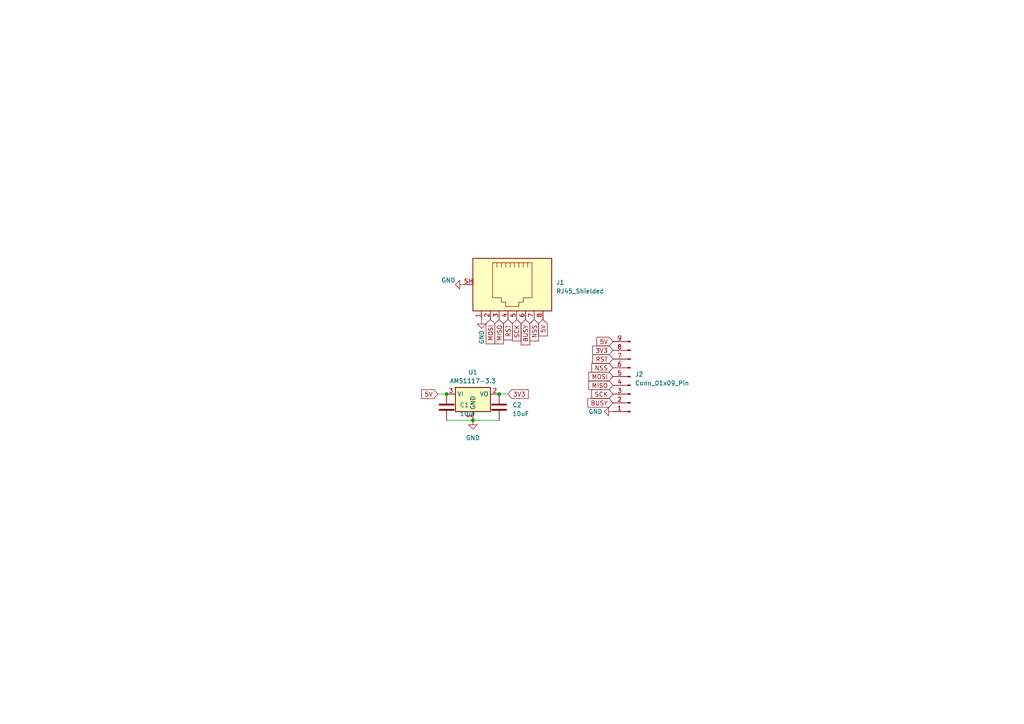
<source format=kicad_sch>
(kicad_sch (version 20230121) (generator eeschema)
  (paper "A4")
  (lib_symbols
    (symbol "Connector:Conn_01x09_Pin" (pin_names (offset 1.016) hide)
      (property "Reference" "J" (at 0 12.7 0))
      (property "Value" "Conn_01x09_Pin" (at 0 -12.7 0))
      (symbol "Conn_01x09_Pin_1_1"
        (polyline (pts (xy 1.27 -10.16) (xy 0.8636 -10.16)) (stroke (width 0.1524)))
        (polyline (pts (xy 1.27 -7.62) (xy 0.8636 -7.62)) (stroke (width 0.1524)))
        (polyline (pts (xy 1.27 -5.08) (xy 0.8636 -5.08)) (stroke (width 0.1524)))
        (polyline (pts (xy 1.27 -2.54) (xy 0.8636 -2.54)) (stroke (width 0.1524)))
        (polyline (pts (xy 1.27 0) (xy 0.8636 0)) (stroke (width 0.1524)))
        (polyline (pts (xy 1.27 2.54) (xy 0.8636 2.54)) (stroke (width 0.1524)))
        (polyline (pts (xy 1.27 5.08) (xy 0.8636 5.08)) (stroke (width 0.1524)))
        (polyline (pts (xy 1.27 7.62) (xy 0.8636 7.62)) (stroke (width 0.1524)))
        (polyline (pts (xy 1.27 10.16) (xy 0.8636 10.16)) (stroke (width 0.1524)))
        (rectangle (start 0.8636 -10.033) (end 0 -10.287) (stroke (width 0.1524)) (fill (type outline)))
        (rectangle (start 0.8636 -7.493) (end 0 -7.747) (stroke (width 0.1524)) (fill (type outline)))
        (rectangle (start 0.8636 -4.953) (end 0 -5.207) (stroke (width 0.1524)) (fill (type outline)))
        (rectangle (start 0.8636 -2.413) (end 0 -2.667) (stroke (width 0.1524)) (fill (type outline)))
        (rectangle (start 0.8636 0.127) (end 0 -0.127) (stroke (width 0.1524)) (fill (type outline)))
        (rectangle (start 0.8636 2.667) (end 0 2.413) (stroke (width 0.1524)) (fill (type outline)))
        (rectangle (start 0.8636 5.207) (end 0 4.953) (stroke (width 0.1524)) (fill (type outline)))
        (rectangle (start 0.8636 7.747) (end 0 7.493) (stroke (width 0.1524)) (fill (type outline)))
        (rectangle (start 0.8636 10.287) (end 0 10.033) (stroke (width 0.1524)) (fill (type outline)))
        (pin passive line (at 5.08 10.16 180) (length 3.81) (name "Pin_1") (number "1"))
        (pin passive line (at 5.08 7.62 180) (length 3.81) (name "Pin_2") (number "2"))
        (pin passive line (at 5.08 5.08 180) (length 3.81) (name "Pin_3") (number "3"))
        (pin passive line (at 5.08 2.54 180) (length 3.81) (name "Pin_4") (number "4"))
        (pin passive line (at 5.08 0 180) (length 3.81) (name "Pin_5") (number "5"))
        (pin passive line (at 5.08 -2.54 180) (length 3.81) (name "Pin_6") (number "6"))
        (pin passive line (at 5.08 -5.08 180) (length 3.81) (name "Pin_7") (number "7"))
        (pin passive line (at 5.08 -7.62 180) (length 3.81) (name "Pin_8") (number "8"))
        (pin passive line (at 5.08 -10.16 180) (length 3.81) (name "Pin_9") (number "9"))
      )
    )
    (symbol "Connector:RJ45_Shielded" (pin_names (offset 1.016))
      (property "Reference" "J" (at -5.08 13.97 0))
      (property "Value" "RJ45_Shielded" (at 2.54 13.97 0))
      (symbol "RJ45_Shielded_0_1"
        (polyline (pts (xy -5.08 4.445) (xy -6.35 4.445)))
        (polyline (pts (xy -5.08 5.715) (xy -6.35 5.715)))
        (polyline (pts (xy -6.35 -3.175) (xy -5.08 -3.175) (xy -5.08 -3.175)))
        (polyline (pts (xy -6.35 -1.905) (xy -5.08 -1.905) (xy -5.08 -1.905)))
        (polyline (pts (xy -6.35 -0.635) (xy -5.08 -0.635) (xy -5.08 -0.635)))
        (polyline (pts (xy -6.35 0.635) (xy -5.08 0.635) (xy -5.08 0.635)))
        (polyline (pts (xy -6.35 1.905) (xy -5.08 1.905) (xy -5.08 1.905)))
        (polyline (pts (xy -5.08 3.175) (xy -6.35 3.175) (xy -6.35 3.175)))
        (polyline (pts (xy -6.35 -4.445) (xy -6.35 6.985) (xy 3.81 6.985) (xy 3.81 4.445) (xy 5.08 4.445) (xy 5.08 3.175) (xy 6.35 3.175) (xy 6.35 -0.635) (xy 5.08 -0.635) (xy 5.08 -1.905) (xy 3.81 -1.905) (xy 3.81 -4.445) (xy -6.35 -4.445) (xy -6.35 -4.445)))
        (rectangle (start 7.62 12.7) (end -7.62 -10.16) (stroke (width 0.254)) (fill (type background)))
      )
      (symbol "RJ45_Shielded_1_1"
        (pin passive line (at 10.16 -7.62 180) (length 2.54) (name "~") (number "1"))
        (pin passive line (at 10.16 -5.08 180) (length 2.54) (name "~") (number "2"))
        (pin passive line (at 10.16 -2.54 180) (length 2.54) (name "~") (number "3"))
        (pin passive line (at 10.16 0 180) (length 2.54) (name "~") (number "4"))
        (pin passive line (at 10.16 2.54 180) (length 2.54) (name "~") (number "5"))
        (pin passive line (at 10.16 5.08 180) (length 2.54) (name "~") (number "6"))
        (pin passive line (at 10.16 7.62 180) (length 2.54) (name "~") (number "7"))
        (pin passive line (at 10.16 10.16 180) (length 2.54) (name "~") (number "8"))
        (pin passive line (at 0 -12.7 90) (length 2.54) (name "~") (number "SH"))
      )
    )
    (symbol "Device:C" (pin_numbers hide) (pin_names (offset 0.254))
      (property "Reference" "C" (at 0.635 2.54 0))
      (property "Value" "C" (at 0.635 -2.54 0))
      (symbol "C_0_1"
        (polyline (pts (xy -2.032 -0.762) (xy 2.032 -0.762)) (stroke (width 0.508)))
        (polyline (pts (xy -2.032 0.762) (xy 2.032 0.762)) (stroke (width 0.508)))
      )
      (symbol "C_1_1"
        (pin passive line (at 0 3.81 270) (length 2.794) (name "~") (number "1"))
        (pin passive line (at 0 -3.81 90) (length 2.794) (name "~") (number "2"))
      )
    )
    (symbol "Regulator_Linear:AMS1117-3.3"
      (property "Reference" "U" (at -3.81 3.175 0))
      (property "Value" "AMS1117-3.3" (at 0 3.175 0))
      (symbol "AMS1117-3.3_0_1"
        (rectangle (start -5.08 -5.08) (end 5.08 1.905) (stroke (width 0.254)) (fill (type background)))
      )
      (symbol "AMS1117-3.3_1_1"
        (pin power_in line (at 0 -7.62 90) (length 2.54) (name "GND") (number "1"))
        (pin power_out line (at 7.62 0 180) (length 2.54) (name "VO") (number "2"))
        (pin power_in line (at -7.62 0 0) (length 2.54) (name "VI") (number "3"))
      )
    )
    (symbol "power:GND" (power) (pin_names (offset 0))
      (property "Value" "GND" (at 0 -3.81 0))
      (symbol "GND_0_1"
        (polyline (pts (xy 0 0) (xy 0 -1.27) (xy 1.27 -1.27) (xy 0 -2.54) (xy -1.27 -1.27) (xy 0 -1.27)))
      )
      (symbol "GND_1_1"
        (pin power_in line (at 0 0 270) (length 0) hide (name "GND") (number "1"))
      )
    )
  )
  (junction (at 144.78 114.3))
  (junction (at 129.54 114.3))
  (junction (at 137.16 121.92))
  (wire (pts (xy 127 114.3) (xy 129.54 114.3)))
  (wire (pts (xy 129.54 121.92) (xy 137.16 121.92)))
  (wire (pts (xy 137.16 121.92) (xy 144.78 121.92)))
  (wire (pts (xy 144.78 114.3) (xy 147.32 114.3)))
  (global_label "3V3" (shape input) (at 147.32 114.3 0) (property "Intersheetrefs" "${INTERSHEET_REFS}" (effects hide)))
  (global_label "NSS" (shape input) (at 177.8 106.68 180) (property "Intersheetrefs" "${INTERSHEET_REFS}" (effects hide)))
  (global_label "BUSY" (shape input) (at 152.4 92.71 270) (property "Intersheetrefs" "${INTERSHEET_REFS}" (effects hide)))
  (global_label "SCK" (shape input) (at 177.8 114.3 180) (property "Intersheetrefs" "${INTERSHEET_REFS}" (effects hide)))
  (global_label "RST" (shape input) (at 147.32 92.71 270) (property "Intersheetrefs" "${INTERSHEET_REFS}" (effects hide)))
  (global_label "BUSY" (shape input) (at 177.8 116.84 180) (property "Intersheetrefs" "${INTERSHEET_REFS}" (effects hide)))
  (global_label "3V3" (shape input) (at 177.8 101.6 180) (property "Intersheetrefs" "${INTERSHEET_REFS}" (effects hide)))
  (global_label "5V" (shape input) (at 127 114.3 180) (property "Intersheetrefs" "${INTERSHEET_REFS}" (effects hide)))
  (global_label "MOSI" (shape input) (at 142.24 92.71 270) (property "Intersheetrefs" "${INTERSHEET_REFS}" (effects hide)))
  (global_label "NSS" (shape input) (at 154.94 92.71 270) (property "Intersheetrefs" "${INTERSHEET_REFS}" (effects hide)))
  (global_label "MOSI" (shape input) (at 177.8 109.22 180) (property "Intersheetrefs" "${INTERSHEET_REFS}" (effects hide)))
  (global_label "MISO" (shape input) (at 144.78 92.71 270) (property "Intersheetrefs" "${INTERSHEET_REFS}" (effects hide)))
  (global_label "SCK" (shape input) (at 149.86 92.71 270) (property "Intersheetrefs" "${INTERSHEET_REFS}" (effects hide)))
  (global_label "5V" (shape input) (at 177.8 99.06 180) (property "Intersheetrefs" "${INTERSHEET_REFS}" (effects hide)))
  (global_label "MISO" (shape input) (at 177.8 111.76 180) (property "Intersheetrefs" "${INTERSHEET_REFS}" (effects hide)))
  (global_label "5V" (shape input) (at 157.48 92.71 270) (property "Intersheetrefs" "${INTERSHEET_REFS}" (effects hide)))
  (global_label "RST" (shape input) (at 177.8 104.14 180) (property "Intersheetrefs" "${INTERSHEET_REFS}" (effects hide)))
  (symbol (lib_id "Regulator_Linear:AMS1117-3.3") (at 137.16 114.3 0) (unit 1)
    (property "Reference" "U1" (at 137.16 107.95 0))
    (property "Value" "AMS1117-3.3" (at 137.16 110.49 0))
    (property "Footprint" "Package_TO_SOT_SMD:SOT-223-3_TabPin2" (effects hide))
    (property "Datasheet" "http://www.advanced-monolithic.com/pdf/ds1117.pdf" (effects hide))
  )
  (symbol (lib_id "Connector:RJ45_Shielded") (at 147.32 82.55 270) (unit 1)
    (property "Reference" "J1" (at 161.29 81.915 90) (effects (justify left)))
    (property "Value" "RJ45_Shielded" (at 161.29 84.455 90) (effects (justify left)))
    (property "Footprint" "Connector_RJ:RJ45_Ninigi_GE" (effects hide))
  )
  (symbol (lib_id "Device:C") (at 144.78 118.11 0) (unit 1)
    (property "Reference" "C2" (at 148.59 117.475 0) (effects (justify left)))
    (property "Value" "10uF" (at 148.59 120.015 0) (effects (justify left)))
    (property "Footprint" "Capacitor_THT:C_Disc_D6.0mm_W2.5mm_P5.00mm" (effects hide))
  )
  (symbol (lib_id "power:GND") (at 139.7 92.71 0) (unit 1)
    (property "Reference" "#PWR02" (effects hide))
    (property "Value" "GND" (at 139.7 97.79 90))
  )
  (symbol (lib_id "Connector:Conn_01x09_Pin") (at 182.88 109.22 180) (unit 1)
    (property "Reference" "J2" (at 184.15 108.585 0) (effects (justify right)))
    (property "Value" "Conn_01x09_Pin" (at 184.15 111.125 0) (effects (justify right)))
    (property "Footprint" "Connector_PinSocket_2.54mm:PinSocket_1x09_P2.54mm_Vertical" (effects hide))
  )
  (symbol (lib_id "power:GND") (at 137.16 121.92 0) (unit 1)
    (property "Reference" "#PWR01" (effects hide))
    (property "Value" "GND" (at 137.16 127 0))
  )
  (symbol (lib_id "Device:C") (at 129.54 118.11 0) (unit 1)
    (property "Reference" "C1" (at 133.35 117.475 0) (effects (justify left)))
    (property "Value" "10uF" (at 133.35 120.015 0) (effects (justify left)))
    (property "Footprint" "Capacitor_THT:C_Disc_D6.0mm_W2.5mm_P5.00mm" (effects hide))
  )
  (symbol (lib_id "power:GND") (at 134.62 82.55 270) (unit 1)
    (property "Reference" "#PWR03" (effects hide))
    (property "Value" "GND" (at 132.08 81.28 90) (effects (justify right)))
  )
  (symbol (lib_id "power:GND") (at 177.8 119.38 270) (unit 1)
    (property "Reference" "#PWR04" (effects hide))
    (property "Value" "GND" (at 172.72 119.38 90))
  )
)
</source>
